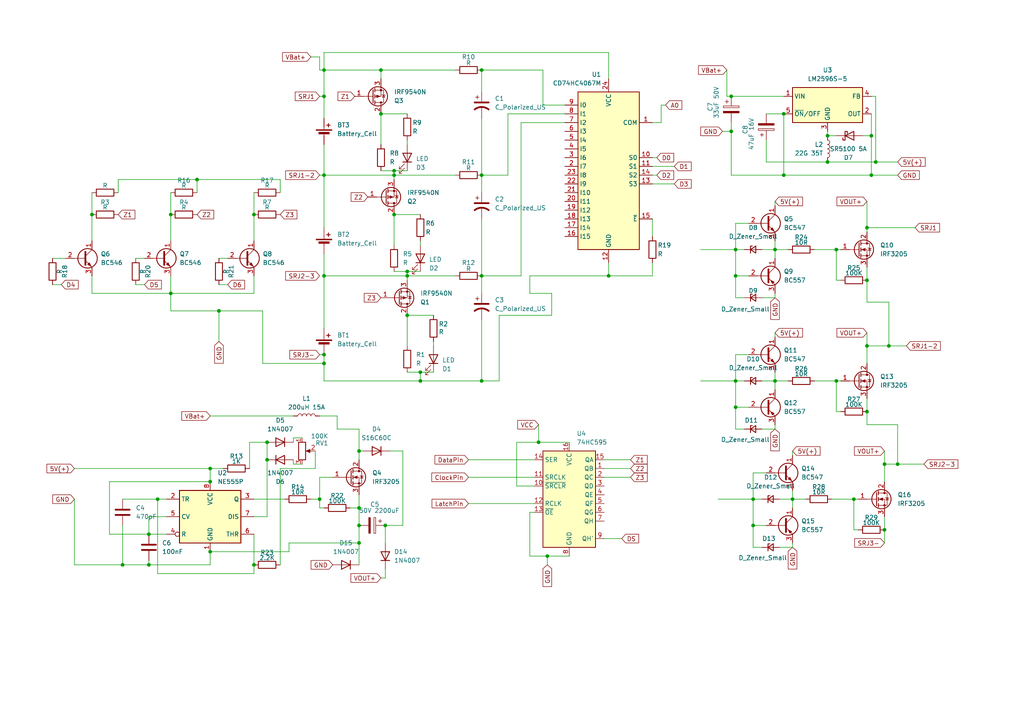
<source format=kicad_sch>
(kicad_sch (version 20250114) (generator "eeschema") (generator_version "9.0")
  (paper "A4")
  (junction (at 57.15 52.07))
  (junction (at 114.3 49.53))
  (junction (at 73.66 62.23))
  (junction (at 254 46.99))
  (junction (at 118.11 91.44))
  (junction (at 213.36 118.11))
  (junction (at 43.18 163.83))
  (junction (at 118.11 78.74))
  (junction (at 139.7 80.01))
  (junction (at 93.98 27.94))
  (junction (at 242.57 72.39))
  (junction (at 257.81 100.33))
  (junction (at 227.33 33.02))
  (junction (at 139.7 20.32))
  (junction (at 104.14 157.48))
  (junction (at 224.79 72.39))
  (junction (at 260.35 134.62))
  (junction (at 213.36 72.39))
  (junction (at 118.11 80.01))
  (junction (at 114.3 50.8))
  (junction (at 110.49 33.02))
  (junction (at 229.87 144.78))
  (junction (at 93.98 105.41))
  (junction (at 63.5 90.17))
  (junction (at 212.09 38.1))
  (junction (at 73.66 163.83))
  (junction (at 45.72 144.78))
  (junction (at 60.96 139.7))
  (junction (at 93.98 80.01))
  (junction (at 49.53 62.23))
  (junction (at 104.14 130.81))
  (junction (at 242.57 110.49))
  (junction (at 93.98 20.32))
  (junction (at 77.47 128.27))
  (junction (at 93.98 102.87))
  (junction (at 26.67 62.23))
  (junction (at 121.92 110.49))
  (junction (at 252.73 50.8))
  (junction (at 158.75 161.29))
  (junction (at 104.14 147.32))
  (junction (at 251.46 119.38))
  (junction (at 252.73 39.37))
  (junction (at 240.03 39.37))
  (junction (at 218.44 152.4))
  (junction (at 92.71 144.78))
  (junction (at 139.7 50.8))
  (junction (at 43.18 154.94))
  (junction (at 227.33 50.8))
  (junction (at 114.3 62.23))
  (junction (at 251.46 81.28))
  (junction (at 139.7 110.49))
  (junction (at 224.79 110.49))
  (junction (at 251.46 66.04))
  (junction (at 240.03 46.99))
  (junction (at 49.53 85.09))
  (junction (at 110.49 20.32))
  (junction (at 218.44 144.78))
  (junction (at 256.54 134.62))
  (junction (at 213.36 80.01))
  (junction (at 35.56 163.83))
  (junction (at 104.14 152.4))
  (junction (at 251.46 100.33))
  (junction (at 77.47 133.35))
  (junction (at 60.96 160.02))
  (junction (at 111.76 152.4))
  (junction (at 176.53 80.01))
  (junction (at 156.21 128.27))
  (junction (at 213.36 110.49))
  (junction (at 247.65 144.78))
  (junction (at 212.09 27.94))
  (junction (at 60.96 135.89))
  (junction (at 256.54 153.67))
  (junction (at 93.98 50.8))
  (junction (at 121.92 107.95))
  (wire (pts (xy 60.96 160.02) (xy 83.82 160.02)))
  (wire (pts (xy 114.3 49.53) (xy 114.3 50.8)))
  (wire (pts (xy 111.76 167.64) (xy 110.49 167.64)))
  (wire (pts (xy 49.53 85.09) (xy 73.66 85.09)))
  (wire (pts (xy 189.23 45.72) (xy 190.5 45.72)))
  (wire (pts (xy 121.92 107.95) (xy 121.92 110.49)))
  (wire (pts (xy 104.14 130.81) (xy 104.14 124.46)))
  (wire (pts (xy 49.53 55.88) (xy 49.53 62.23)))
  (wire (pts (xy 251.46 87.63) (xy 257.81 87.63)))
  (wire (pts (xy 236.22 72.39) (xy 242.57 72.39)))
  (wire (pts (xy 251.46 115.57) (xy 251.46 119.38)))
  (wire (pts (xy 220.98 110.49) (xy 224.79 110.49)))
  (wire (pts (xy 77.47 149.86) (xy 77.47 133.35)))
  (wire (pts (xy 256.54 134.62) (xy 256.54 130.81)))
  (wire (pts (xy 260.35 123.19) (xy 260.35 134.62)))
  (wire (pts (xy 39.37 82.55) (xy 41.91 82.55)))
  (wire (pts (xy 111.76 165.1) (xy 111.76 167.64)))
  (wire (pts (xy 76.2 105.41) (xy 93.98 105.41)))
  (wire (pts (xy 104.14 157.48) (xy 104.14 163.83)))
  (wire (pts (xy 125.73 91.44) (xy 118.11 91.44)))
  (wire (pts (xy 83.82 157.48) (xy 104.14 157.48)))
  (wire (pts (xy 49.53 80.01) (xy 49.53 85.09)))
  (wire (pts (xy 229.87 130.81) (xy 229.87 132.08)))
  (wire (pts (xy 251.46 77.47) (xy 251.46 81.28)))
  (wire (pts (xy 26.67 62.23) (xy 26.67 69.85)))
  (wire (pts (xy 222.25 137.16) (xy 218.44 137.16)))
  (wire (pts (xy 118.11 80.01) (xy 118.11 81.28)))
  (wire (pts (xy 175.26 138.43) (xy 182.88 138.43)))
  (wire (pts (xy 218.44 144.78) (xy 218.44 152.4)))
  (wire (pts (xy 254 46.99) (xy 260.35 46.99)))
  (wire (pts (xy 210.82 27.94) (xy 212.09 27.94)))
  (wire (pts (xy 49.53 90.17) (xy 49.53 85.09)))
  (wire (pts (xy 121.92 69.85) (xy 121.92 71.12)))
  (wire (pts (xy 85.09 120.65) (xy 60.96 120.65)))
  (wire (pts (xy 31.75 154.94) (xy 31.75 139.7)))
  (wire (pts (xy 189.23 48.26) (xy 195.58 48.26)))
  (wire (pts (xy 151.13 35.56) (xy 151.13 80.01)))
  (wire (pts (xy 189.23 53.34) (xy 195.58 53.34)))
  (wire (pts (xy 77.47 128.27) (xy 77.47 133.35)))
  (wire (pts (xy 247.65 144.78) (xy 248.92 144.78)))
  (wire (pts (xy 147.32 50.8) (xy 139.7 50.8)))
  (wire (pts (xy 85.09 127) (xy 87.63 127)))
  (wire (pts (xy 139.7 20.32) (xy 139.7 26.67)))
  (wire (pts (xy 35.56 163.83) (xy 43.18 163.83)))
  (wire (pts (xy 158.75 161.29) (xy 158.75 163.83)))
  (wire (pts (xy 226.06 158.75) (xy 229.87 158.75)))
  (wire (pts (xy 144.78 110.49) (xy 144.78 91.44)))
  (wire (pts (xy 139.7 50.8) (xy 139.7 55.88)))
  (wire (pts (xy 35.56 144.78) (xy 45.72 144.78)))
  (wire (pts (xy 34.29 52.07) (xy 34.29 55.88)))
  (wire (pts (xy 116.84 152.4) (xy 111.76 152.4)))
  (wire (pts (xy 242.57 72.39) (xy 243.84 72.39)))
  (wire (pts (xy 92.71 20.32) (xy 93.98 20.32)))
  (wire (pts (xy 251.46 100.33) (xy 257.81 100.33)))
  (wire (pts (xy 118.11 33.02) (xy 110.49 33.02)))
  (wire (pts (xy 93.98 50.8) (xy 114.3 50.8)))
  (wire (pts (xy 224.79 107.95) (xy 224.79 110.49)))
  (wire (pts (xy 104.14 147.32) (xy 104.14 152.4)))
  (wire (pts (xy 60.96 139.7) (xy 60.96 135.89)))
  (wire (pts (xy 85.09 133.35) (xy 85.09 134.62)))
  (wire (pts (xy 212.09 50.8) (xy 227.33 50.8)))
  (wire (pts (xy 213.36 110.49) (xy 215.9 110.49)))
  (wire (pts (xy 104.14 143.51) (xy 104.14 147.32)))
  (wire (pts (xy 105.41 130.81) (xy 104.14 130.81)))
  (wire (pts (xy 92.71 50.8) (xy 93.98 50.8)))
  (wire (pts (xy 49.53 90.17) (xy 63.5 90.17)))
  (wire (pts (xy 73.66 80.01) (xy 73.66 85.09)))
  (wire (pts (xy 34.29 52.07) (xy 57.15 52.07)))
  (wire (pts (xy 176.53 76.2) (xy 176.53 80.01)))
  (wire (pts (xy 243.84 81.28) (xy 242.57 81.28)))
  (wire (pts (xy 251.46 100.33) (xy 251.46 105.41)))
  (wire (pts (xy 97.79 124.46) (xy 97.79 120.65)))
  (wire (pts (xy 118.11 78.74) (xy 121.92 78.74)))
  (wire (pts (xy 118.11 107.95) (xy 121.92 107.95)))
  (wire (pts (xy 203.2 72.39) (xy 213.36 72.39)))
  (wire (pts (xy 252.73 39.37) (xy 252.73 33.02)))
  (wire (pts (xy 156.21 123.19) (xy 156.21 128.27)))
  (wire (pts (xy 224.79 72.39) (xy 228.6 72.39)))
  (wire (pts (xy 151.13 80.01) (xy 139.7 80.01)))
  (wire (pts (xy 93.98 27.94) (xy 93.98 34.29)))
  (wire (pts (xy 118.11 80.01) (xy 132.08 80.01)))
  (wire (pts (xy 250.19 39.37) (xy 252.73 39.37)))
  (wire (pts (xy 251.46 66.04) (xy 251.46 58.42)))
  (wire (pts (xy 151.13 35.56) (xy 163.83 35.56)))
  (wire (pts (xy 73.66 55.88) (xy 73.66 62.23)))
  (wire (pts (xy 93.98 80.01) (xy 118.11 80.01)))
  (wire (pts (xy 154.94 148.59) (xy 153.67 148.59)))
  (wire (pts (xy 135.89 146.05) (xy 154.94 146.05)))
  (wire (pts (xy 26.67 55.88) (xy 26.67 62.23)))
  (wire (pts (xy 229.87 142.24) (xy 229.87 144.78)))
  (wire (pts (xy 118.11 91.44) (xy 118.11 100.33)))
  (wire (pts (xy 125.73 99.06) (xy 125.73 100.33)))
  (wire (pts (xy 254 27.94) (xy 254 46.99)))
  (wire (pts (xy 242.57 119.38) (xy 242.57 110.49)))
  (wire (pts (xy 247.65 153.67) (xy 247.65 144.78)))
  (wire (pts (xy 93.98 105.41) (xy 93.98 110.49)))
  (wire (pts (xy 256.54 134.62) (xy 260.35 134.62)))
  (wire (pts (xy 93.98 147.32) (xy 92.71 147.32)))
  (wire (pts (xy 229.87 144.78) (xy 233.68 144.78)))
  (wire (pts (xy 213.36 80.01) (xy 217.17 80.01)))
  (wire (pts (xy 93.98 41.91) (xy 93.98 50.8)))
  (wire (pts (xy 93.98 15.24) (xy 176.53 15.24)))
  (wire (pts (xy 72.39 128.27) (xy 72.39 135.89)))
  (wire (pts (xy 149.86 128.27) (xy 156.21 128.27)))
  (wire (pts (xy 218.44 158.75) (xy 220.98 158.75)))
  (wire (pts (xy 45.72 166.37) (xy 73.66 166.37)))
  (wire (pts (xy 251.46 119.38) (xy 251.46 123.19)))
  (wire (pts (xy 217.17 102.87) (xy 213.36 102.87)))
  (wire (pts (xy 73.66 144.78) (xy 82.55 144.78)))
  (wire (pts (xy 114.3 50.8) (xy 114.3 52.07)))
  (wire (pts (xy 189.23 63.5) (xy 189.23 68.58)))
  (wire (pts (xy 139.7 80.01) (xy 139.7 85.09)))
  (wire (pts (xy 57.15 55.88) (xy 57.15 52.07)))
  (wire (pts (xy 49.53 62.23) (xy 49.53 69.85)))
  (wire (pts (xy 110.49 33.02) (xy 110.49 41.91)))
  (wire (pts (xy 45.72 144.78) (xy 45.72 166.37)))
  (wire (pts (xy 213.36 124.46) (xy 215.9 124.46)))
  (wire (pts (xy 39.37 74.93) (xy 41.91 74.93)))
  (wire (pts (xy 222.25 33.02) (xy 227.33 33.02)))
  (wire (pts (xy 43.18 149.86) (xy 48.26 149.86)))
  (wire (pts (xy 21.59 135.89) (xy 60.96 135.89)))
  (wire (pts (xy 139.7 110.49) (xy 144.78 110.49)))
  (wire (pts (xy 118.11 40.64) (xy 118.11 41.91)))
  (wire (pts (xy 73.66 163.83) (xy 73.66 154.94)))
  (wire (pts (xy 139.7 34.29) (xy 139.7 50.8)))
  (wire (pts (xy 92.71 144.78) (xy 92.71 138.43)))
  (wire (pts (xy 222.25 46.99) (xy 240.03 46.99)))
  (wire (pts (xy 260.35 134.62) (xy 267.97 134.62)))
  (wire (pts (xy 252.73 50.8) (xy 252.73 39.37)))
  (wire (pts (xy 227.33 33.02) (xy 227.33 50.8)))
  (wire (pts (xy 43.18 154.94) (xy 31.75 154.94)))
  (wire (pts (xy 212.09 38.1) (xy 212.09 50.8)))
  (wire (pts (xy 26.67 80.01) (xy 26.67 85.09)))
  (wire (pts (xy 101.6 147.32) (xy 104.14 147.32)))
  (wire (pts (xy 57.15 52.07) (xy 81.28 52.07)))
  (wire (pts (xy 154.94 140.97) (xy 149.86 140.97)))
  (wire (pts (xy 153.67 85.09) (xy 153.67 80.01)))
  (wire (pts (xy 73.66 166.37) (xy 73.66 163.83)))
  (wire (pts (xy 158.75 161.29) (xy 165.1 161.29)))
  (wire (pts (xy 175.26 133.35) (xy 182.88 133.35)))
  (wire (pts (xy 251.46 81.28) (xy 251.46 87.63)))
  (wire (pts (xy 213.36 72.39) (xy 213.36 80.01)))
  (wire (pts (xy 213.36 72.39) (xy 215.9 72.39)))
  (wire (pts (xy 213.36 110.49) (xy 213.36 118.11)))
  (wire (pts (xy 63.5 74.93) (xy 66.04 74.93)))
  (wire (pts (xy 224.79 110.49) (xy 224.79 113.03)))
  (wire (pts (xy 21.59 163.83) (xy 21.59 144.78)))
  (wire (pts (xy 83.82 160.02) (xy 83.82 157.48)))
  (wire (pts (xy 139.7 63.5) (xy 139.7 80.01)))
  (wire (pts (xy 147.32 33.02) (xy 163.83 33.02)))
  (wire (pts (xy 93.98 20.32) (xy 93.98 15.24)))
  (wire (pts (xy 191.77 30.48) (xy 193.04 30.48)))
  (wire (pts (xy 217.17 64.77) (xy 213.36 64.77)))
  (wire (pts (xy 114.3 62.23) (xy 114.3 71.12)))
  (wire (pts (xy 93.98 102.87) (xy 93.98 105.41)))
  (wire (pts (xy 60.96 163.83) (xy 60.96 160.02)))
  (wire (pts (xy 35.56 152.4) (xy 35.56 163.83)))
  (wire (pts (xy 251.46 66.04) (xy 265.43 66.04)))
  (wire (pts (xy 242.57 110.49) (xy 243.84 110.49)))
  (wire (pts (xy 60.96 135.89) (xy 64.77 135.89)))
  (wire (pts (xy 242.57 81.28) (xy 242.57 72.39)))
  (wire (pts (xy 114.3 78.74) (xy 118.11 78.74)))
  (wire (pts (xy 144.78 91.44) (xy 160.02 91.44)))
  (wire (pts (xy 213.36 86.36) (xy 215.9 86.36)))
  (wire (pts (xy 135.89 133.35) (xy 154.94 133.35)))
  (wire (pts (xy 213.36 102.87) (xy 213.36 110.49)))
  (wire (pts (xy 203.2 110.49) (xy 213.36 110.49)))
  (wire (pts (xy 113.03 130.81) (xy 116.84 130.81)))
  (wire (pts (xy 256.54 134.62) (xy 256.54 139.7)))
  (wire (pts (xy 251.46 67.31) (xy 251.46 66.04)))
  (wire (pts (xy 114.3 49.53) (xy 118.11 49.53)))
  (wire (pts (xy 208.28 144.78) (xy 218.44 144.78)))
  (wire (pts (xy 93.98 20.32) (xy 93.98 27.94)))
  (wire (pts (xy 15.24 74.93) (xy 19.05 74.93)))
  (wire (pts (xy 251.46 100.33) (xy 251.46 96.52)))
  (wire (pts (xy 139.7 110.49) (xy 121.92 110.49)))
  (wire (pts (xy 227.33 50.8) (xy 252.73 50.8)))
  (wire (pts (xy 157.48 20.32) (xy 157.48 30.48)))
  (wire (pts (xy 248.92 153.67) (xy 247.65 153.67)))
  (wire (pts (xy 220.98 86.36) (xy 224.79 86.36)))
  (wire (pts (xy 93.98 110.49) (xy 121.92 110.49)))
  (wire (pts (xy 73.66 62.23) (xy 73.66 69.85)))
  (wire (pts (xy 91.44 130.81) (xy 91.44 135.89)))
  (wire (pts (xy 90.17 16.51) (xy 92.71 16.51)))
  (wire (pts (xy 104.14 130.81) (xy 104.14 133.35)))
  (wire (pts (xy 110.49 20.32) (xy 93.98 20.32)))
  (wire (pts (xy 218.44 144.78) (xy 220.98 144.78)))
  (wire (pts (xy 116.84 130.81) (xy 116.84 152.4)))
  (wire (pts (xy 73.66 149.86) (xy 77.47 149.86)))
  (wire (pts (xy 45.72 144.78) (xy 48.26 144.78)))
  (wire (pts (xy 191.77 35.56) (xy 189.23 35.56)))
  (wire (pts (xy 240.03 46.99) (xy 254 46.99)))
  (wire (pts (xy 63.5 99.06) (xy 63.5 90.17)))
  (wire (pts (xy 241.3 144.78) (xy 247.65 144.78)))
  (wire (pts (xy 118.11 78.74) (xy 118.11 80.01)))
  (wire (pts (xy 92.71 16.51) (xy 92.71 20.32)))
  (wire (pts (xy 257.81 87.63) (xy 257.81 100.33)))
  (wire (pts (xy 256.54 149.86) (xy 256.54 153.67)))
  (wire (pts (xy 160.02 85.09) (xy 153.67 85.09)))
  (wire (pts (xy 43.18 163.83) (xy 60.96 163.83)))
  (wire (pts (xy 135.89 138.43) (xy 154.94 138.43)))
  (wire (pts (xy 243.84 119.38) (xy 242.57 119.38)))
  (wire (pts (xy 111.76 152.4) (xy 111.76 157.48)))
  (wire (pts (xy 212.09 35.56) (xy 212.09 38.1)))
  (wire (pts (xy 139.7 92.71) (xy 139.7 110.49)))
  (wire (pts (xy 153.67 161.29) (xy 158.75 161.29)))
  (wire (pts (xy 191.77 30.48) (xy 191.77 35.56)))
  (wire (pts (xy 224.79 123.19) (xy 224.79 124.46)))
  (wire (pts (xy 224.79 72.39) (xy 224.79 74.93)))
  (wire (pts (xy 85.09 128.27) (xy 85.09 127)))
  (wire (pts (xy 175.26 135.89) (xy 182.88 135.89)))
  (wire (pts (xy 157.48 30.48) (xy 163.83 30.48)))
  (wire (pts (xy 156.21 128.27) (xy 165.1 128.27)))
  (wire (pts (xy 220.98 124.46) (xy 224.79 124.46)))
  (wire (pts (xy 121.92 107.95) (xy 125.73 107.95)))
  (wire (pts (xy 176.53 15.24) (xy 176.53 22.86)))
  (wire (pts (xy 81.28 52.07) (xy 81.28 55.88)))
  (wire (pts (xy 240.03 38.1) (xy 240.03 39.37)))
  (wire (pts (xy 110.49 20.32) (xy 132.08 20.32)))
  (wire (pts (xy 218.44 152.4) (xy 222.25 152.4)))
  (wire (pts (xy 43.18 162.56) (xy 43.18 163.83)))
  (wire (pts (xy 92.71 27.94) (xy 93.98 27.94)))
  (wire (pts (xy 229.87 157.48) (xy 229.87 158.75)))
  (wire (pts (xy 251.46 123.19) (xy 260.35 123.19)))
  (wire (pts (xy 224.79 110.49) (xy 228.6 110.49)))
  (wire (pts (xy 43.18 154.94) (xy 43.18 149.86)))
  (wire (pts (xy 104.14 124.46) (xy 97.79 124.46)))
  (wire (pts (xy 26.67 85.09) (xy 49.53 85.09)))
  (wire (pts (xy 175.26 156.21) (xy 180.34 156.21)))
  (wire (pts (xy 93.98 73.66) (xy 93.98 80.01)))
  (wire (pts (xy 92.71 147.32) (xy 92.71 144.78)))
  (wire (pts (xy 76.2 90.17) (xy 63.5 90.17)))
  (wire (pts (xy 252.73 50.8) (xy 260.35 50.8)))
  (wire (pts (xy 91.44 135.89) (xy 81.28 135.89)))
  (wire (pts (xy 224.79 85.09) (xy 224.79 86.36)))
  (wire (pts (xy 81.28 135.89) (xy 81.28 163.83)))
  (wire (pts (xy 149.86 140.97) (xy 149.86 128.27)))
  (wire (pts (xy 256.54 153.67) (xy 256.54 157.48)))
  (wire (pts (xy 212.09 27.94) (xy 227.33 27.94)))
  (wire (pts (xy 147.32 33.02) (xy 147.32 50.8)))
  (wire (pts (xy 218.44 137.16) (xy 218.44 144.78)))
  (wire (pts (xy 160.02 91.44) (xy 160.02 85.09)))
  (wire (pts (xy 114.3 50.8) (xy 132.08 50.8)))
  (wire (pts (xy 63.5 82.55) (xy 66.04 82.55)))
  (wire (pts (xy 139.7 20.32) (xy 157.48 20.32)))
  (wire (pts (xy 21.59 163.83) (xy 35.56 163.83)))
  (wire (pts (xy 92.71 144.78) (xy 90.17 144.78)))
  (wire (pts (xy 121.92 62.23) (xy 114.3 62.23)))
  (wire (pts (xy 189.23 76.2) (xy 189.23 80.01)))
  (wire (pts (xy 92.71 102.87) (xy 93.98 102.87)))
  (wire (pts (xy 213.36 80.01) (xy 213.36 86.36)))
  (wire (pts (xy 224.79 69.85) (xy 224.79 72.39)))
  (wire (pts (xy 213.36 118.11) (xy 217.17 118.11)))
  (wire (pts (xy 224.79 58.42) (xy 224.79 59.69)))
  (wire (pts (xy 229.87 144.78) (xy 229.87 147.32)))
  (wire (pts (xy 236.22 110.49) (xy 242.57 110.49)))
  (wire (pts (xy 31.75 139.7) (xy 60.96 139.7)))
  (wire (pts (xy 176.53 80.01) (xy 189.23 80.01)))
  (wire (pts (xy 93.98 80.01) (xy 93.98 95.25)))
  (wire (pts (xy 85.09 134.62) (xy 87.63 134.62)))
  (wire (pts (xy 48.26 154.94) (xy 43.18 154.94)))
  (wire (pts (xy 72.39 128.27) (xy 77.47 128.27)))
  (wire (pts (xy 189.23 50.8) (xy 190.5 50.8)))
  (wire (pts (xy 153.67 148.59) (xy 153.67 161.29)))
  (wire (pts (xy 257.81 100.33) (xy 262.89 100.33)))
  (wire (pts (xy 209.55 38.1) (xy 212.09 38.1)))
  (wire (pts (xy 110.49 20.32) (xy 110.49 22.86)))
  (wire (pts (xy 220.98 72.39) (xy 224.79 72.39)))
  (wire (pts (xy 15.24 82.55) (xy 17.78 82.55)))
  (wire (pts (xy 153.67 80.01) (xy 176.53 80.01)))
  (wire (pts (xy 76.2 105.41) (xy 76.2 90.17)))
  (wire (pts (xy 226.06 144.78) (xy 229.87 144.78)))
  (wire (pts (xy 213.36 118.11) (xy 213.36 124.46)))
  (wire (pts (xy 218.44 152.4) (xy 218.44 158.75)))
  (wire (pts (xy 213.36 64.77) (xy 213.36 72.39)))
  (wire (pts (xy 104.14 152.4) (xy 104.14 157.48)))
  (wire (pts (xy 97.79 120.65) (xy 92.71 120.65)))
  (wire (pts (xy 252.73 27.94) (xy 254 27.94)))
  (wire (pts (xy 224.79 96.52) (xy 224.79 97.79)))
  (wire (pts (xy 110.49 49.53) (xy 114.3 49.53)))
  (wire (pts (xy 222.25 40.64) (xy 222.25 46.99)))
  (wire (pts (xy 93.98 50.8) (xy 93.98 66.04)))
  (wire (pts (xy 210.82 20.32) (xy 210.82 27.94)))
  (wire (pts (xy 240.03 39.37) (xy 242.57 39.37)))
  (wire (pts (xy 92.71 138.43) (xy 96.52 138.43)))
  (global_label "VOUT+" (shape input) (at 251.46 58.42 180) (property "Intersheetrefs" "${INTERSHEET_REFS}" (effects (hide yes))))
  (global_label "VCC" (shape input) (at 156.21 123.19 180) (property "Intersheetrefs" "${INTERSHEET_REFS}" (effects (hide yes))))
  (global_label "SRJ2-3" (shape input) (at 267.97 134.62 0) (property "Intersheetrefs" "${INTERSHEET_REFS}" (effects (hide yes))))
  (global_label "VBat+" (shape input) (at 60.96 120.65 180) (property "Intersheetrefs" "${INTERSHEET_REFS}" (effects (hide yes))))
  (global_label "VOUT+" (shape input) (at 256.54 130.81 180) (property "Intersheetrefs" "${INTERSHEET_REFS}" (effects (hide yes))))
  (global_label "SRJ1-2" (shape input) (at 92.71 50.8 180) (property "Intersheetrefs" "${INTERSHEET_REFS}" (effects (hide yes))))
  (global_label "ClockPin" (shape input) (at 135.89 138.43 180) (property "Intersheetrefs" "${INTERSHEET_REFS}" (effects (hide yes))))
  (global_label "GND" (shape input) (at 96.52 163.83 180) (property "Intersheetrefs" "${INTERSHEET_REFS}" (effects (hide yes))))
  (global_label "A0" (shape input) (at 193.04 30.48 0) (property "Intersheetrefs" "${INTERSHEET_REFS}" (effects (hide yes))))
  (global_label "Z1" (shape input) (at 182.88 133.35 0) (property "Intersheetrefs" "${INTERSHEET_REFS}" (effects (hide yes))))
  (global_label "GND" (shape input) (at 224.79 124.46 270) (property "Intersheetrefs" "${INTERSHEET_REFS}" (effects (hide yes))))
  (global_label "GND" (shape input) (at 209.55 38.1 180) (property "Intersheetrefs" "${INTERSHEET_REFS}" (effects (hide yes))))
  (global_label "Z2" (shape input) (at 57.15 62.23 0) (property "Intersheetrefs" "${INTERSHEET_REFS}" (effects (hide yes))))
  (global_label "SRJ3-" (shape input) (at 92.71 102.87 180) (property "Intersheetrefs" "${INTERSHEET_REFS}" (effects (hide yes))))
  (global_label "D2" (shape input) (at 190.5 50.8 0) (property "Intersheetrefs" "${INTERSHEET_REFS}" (effects (hide yes))))
  (global_label "Z2" (shape input) (at 106.68 57.15 180) (property "Intersheetrefs" "${INTERSHEET_REFS}" (effects (hide yes))))
  (global_label "D4" (shape input) (at 17.78 82.55 0) (property "Intersheetrefs" "${INTERSHEET_REFS}" (effects (hide yes))))
  (global_label "VBat+" (shape input) (at 210.82 20.32 180) (property "Intersheetrefs" "${INTERSHEET_REFS}" (effects (hide yes))))
  (global_label "DS" (shape input) (at 180.34 156.21 0) (property "Intersheetrefs" "${INTERSHEET_REFS}" (effects (hide yes))))
  (global_label "Z3" (shape input) (at 110.49 86.36 180) (property "Intersheetrefs" "${INTERSHEET_REFS}" (effects (hide yes))))
  (global_label "5V(+)" (shape input) (at 260.35 46.99 0) (property "Intersheetrefs" "${INTERSHEET_REFS}" (effects (hide yes))))
  (global_label "GND" (shape input) (at 260.35 50.8 0) (property "Intersheetrefs" "${INTERSHEET_REFS}" (effects (hide yes))))
  (global_label "D6" (shape input) (at 66.04 82.55 0) (property "Intersheetrefs" "${INTERSHEET_REFS}" (effects (hide yes))))
  (global_label "LatchPin" (shape input) (at 135.89 146.05 180) (property "Intersheetrefs" "${INTERSHEET_REFS}" (effects (hide yes))))
  (global_label "SRJ1-2" (shape input) (at 262.89 100.33 0) (property "Intersheetrefs" "${INTERSHEET_REFS}" (effects (hide yes))))
  (global_label "VBat+" (shape input) (at 90.17 16.51 180) (property "Intersheetrefs" "${INTERSHEET_REFS}" (effects (hide yes))))
  (global_label "Z1" (shape input) (at 34.29 62.23 0) (property "Intersheetrefs" "${INTERSHEET_REFS}" (effects (hide yes))))
  (global_label "GND" (shape input) (at 224.79 86.36 270) (property "Intersheetrefs" "${INTERSHEET_REFS}" (effects (hide yes))))
  (global_label "DataPin" (shape input) (at 135.89 133.35 180) (property "Intersheetrefs" "${INTERSHEET_REFS}" (effects (hide yes))))
  (global_label "SRJ1" (shape input) (at 265.43 66.04 0) (property "Intersheetrefs" "${INTERSHEET_REFS}" (effects (hide yes))))
  (global_label "VOUT+" (shape input) (at 251.46 96.52 180) (property "Intersheetrefs" "${INTERSHEET_REFS}" (effects (hide yes))))
  (global_label "Z1" (shape input) (at 102.87 27.94 180) (property "Intersheetrefs" "${INTERSHEET_REFS}" (effects (hide yes))))
  (global_label "5V(+)" (shape input) (at 229.87 130.81 0) (property "Intersheetrefs" "${INTERSHEET_REFS}" (effects (hide yes))))
  (global_label "GND" (shape input) (at 21.59 144.78 180) (property "Intersheetrefs" "${INTERSHEET_REFS}" (effects (hide yes))))
  (global_label "5V(+)" (shape input) (at 224.79 96.52 0) (property "Intersheetrefs" "${INTERSHEET_REFS}" (effects (hide yes))))
  (global_label "D5" (shape input) (at 41.91 82.55 0) (property "Intersheetrefs" "${INTERSHEET_REFS}" (effects (hide yes))))
  (global_label "5V(+)" (shape input) (at 21.59 135.89 180) (property "Intersheetrefs" "${INTERSHEET_REFS}" (effects (hide yes))))
  (global_label "GND" (shape input) (at 229.87 158.75 270) (property "Intersheetrefs" "${INTERSHEET_REFS}" (effects (hide yes))))
  (global_label "5V(+)" (shape input) (at 224.79 58.42 0) (property "Intersheetrefs" "${INTERSHEET_REFS}" (effects (hide yes))))
  (global_label "SRJ3-" (shape input) (at 256.54 157.48 180) (property "Intersheetrefs" "${INTERSHEET_REFS}" (effects (hide yes))))
  (global_label "GND" (shape input) (at 63.5 99.06 270) (property "Intersheetrefs" "${INTERSHEET_REFS}" (effects (hide yes))))
  (global_label "Z3" (shape input) (at 182.88 138.43 0) (property "Intersheetrefs" "${INTERSHEET_REFS}" (effects (hide yes))))
  (global_label "SRJ2-3" (shape input) (at 92.71 80.01 180) (property "Intersheetrefs" "${INTERSHEET_REFS}" (effects (hide yes))))
  (global_label "Z2" (shape input) (at 182.88 135.89 0) (property "Intersheetrefs" "${INTERSHEET_REFS}" (effects (hide yes))))
  (global_label "D0" (shape input) (at 190.5 45.72 0) (property "Intersheetrefs" "${INTERSHEET_REFS}" (effects (hide yes))))
  (global_label "VOUT+" (shape input) (at 110.49 167.64 180) (property "Intersheetrefs" "${INTERSHEET_REFS}" (effects (hide yes))))
  (global_label "Z3" (shape input) (at 81.28 62.23 0) (property "Intersheetrefs" "${INTERSHEET_REFS}" (effects (hide yes))))
  (global_label "D1" (shape input) (at 195.58 48.26 0) (property "Intersheetrefs" "${INTERSHEET_REFS}" (effects (hide yes))))
  (global_label "D3" (shape input) (at 195.58 53.34 0) (property "Intersheetrefs" "${INTERSHEET_REFS}" (effects (hide yes))))
  (global_label "GND" (shape input) (at 158.75 163.83 270) (property "Intersheetrefs" "${INTERSHEET_REFS}" (effects (hide yes))))
  (global_label "SRJ1" (shape input) (at 92.71 27.94 180) (property "Intersheetrefs" "${INTERSHEET_REFS}" (effects (hide yes))))
  (symbol (lib_id "Transistor_BJT:BC557") (at 222.25 80.01 0) (unit 1)
    (property "Reference" "Q9" (at 227.33 78.7399 0) (effects (justify left)))
    (property "Value" "BC557" (at 227.33 81.2799 0) (effects (justify left)))
    (property "Footprint" "Package_TO_SOT_THT:TO-92_Inline" (effects (hide yes)))
    (property "Datasheet" "https://www.onsemi.com/pub/Collateral/BC556BTA-D.pdf" (effects (hide yes)))
    (property "Description" "0.1A Ic, 45V Vce, PNP Small Signal Transistor, TO-92" (effects (hide yes)))
  )
  (symbol (lib_id "Diode:1N4007") (at 100.33 163.83 180) (unit 1)
    (property "Reference" "D15" (at 100.33 157.48 0))
    (property "Value" "1N4007" (at 100.33 160.02 0))
    (property "Footprint" "Diode_THT:D_DO-41_SOD81_P10.16mm_Horizontal" (effects (hide yes)))
    (property "Datasheet" "http://www.vishay.com/docs/88503/1n4001.pdf" (effects (hide yes)))
    (property "Description" "1000V 1A General Purpose Rectifier Diode, DO-41" (effects (hide yes)))
    (property "Sim.Device" "D" (effects (hide yes)))
    (property "Sim.Pins" "1=K 2=A" (effects (hide yes)))
  )
  (symbol (lib_id "Device:R") (at 77.47 55.88 90) (unit 1)
    (property "Reference" "R17" (at 77.47 52.324 90))
    (property "Value" "R" (at 77.47 53.848 90))
    (property "Description" "Resistor" (effects (hide yes)))
  )
  (symbol (lib_id "Device:R") (at 39.37 78.74 0) (mirror x) (unit 1)
    (property "Reference" "R20" (at 42.926 78.74 90))
    (property "Value" "R" (at 41.402 78.74 90))
    (property "Description" "Resistor" (effects (hide yes)))
  )
  (symbol (lib_id "Device:D_Zener_Small") (at 218.44 86.36 0) (unit 1)
    (property "Reference" "D9" (at 218.44 84.328 0))
    (property "Value" "D_Zener_Small" (at 216.154 89.662 0))
    (property "Description" "Zener diode, small symbol" (effects (hide yes)))
  )
  (symbol (lib_id "Device:R") (at 110.49 45.72 0) (unit 1)
    (property "Reference" "R8" (at 113.03 44.4499 0) (effects (justify left)))
    (property "Value" "R" (at 113.03 46.9899 0) (effects (justify left)))
    (property "Description" "Resistor" (effects (hide yes)))
  )
  (symbol (lib_id "Device:D_Schottky") (at 246.38 39.37 0) (mirror x) (unit 1)
    (property "Reference" "D7" (at 246.0625 45.72 0))
    (property "Value" "SR5100 5A" (at 246.0625 43.18 0))
    (property "Description" "Schottky diode" (effects (hide yes)))
  )
  (symbol (lib_id "Device:R") (at 97.79 147.32 90) (unit 1)
    (property "Reference" "R22" (at 97.79 143.764 90))
    (property "Value" "100K" (at 97.79 145.288 90))
    (property "Description" "Resistor" (effects (hide yes)))
  )
  (symbol (lib_id "Device:R") (at 237.49 144.78 90) (unit 1)
    (property "Reference" "R28" (at 237.49 141.224 90))
    (property "Value" "10R" (at 237.49 142.748 90))
    (property "Description" "Resistor" (effects (hide yes)))
  )
  (symbol (lib_id "Device:D_Zener_Small") (at 218.44 124.46 0) (unit 1)
    (property "Reference" "D11" (at 217.932 121.92 0))
    (property "Value" "D_Zener_Small" (at 216.154 127.508 0))
    (property "Description" "Zener diode, small symbol" (effects (hide yes)))
  )
  (symbol (lib_id "Regulator_Switching:LM2596S-5") (at 240.03 30.48 0) (unit 1)
    (property "Reference" "U3" (at 240.03 20.32 0))
    (property "Value" "LM2596S-5" (at 240.03 22.86 0))
    (property "Footprint" "Package_TO_SOT_SMD:TO-263-5_TabPin3" (effects (hide yes)))
    (property "Datasheet" "http://www.ti.com/lit/ds/symlink/lm2596.pdf" (effects (hide yes)))
    (property "Description" "5V 3A Step-Down Voltage Regulator, TO-263" (effects (hide yes)))
  )
  (symbol (lib_id "Device:L") (at 88.9 120.65 90) (unit 1)
    (property "Reference" "L1" (at 88.9 115.57 90))
    (property "Value" "200uH 15A" (at 88.9 118.11 90))
    (property "Description" "Inductor" (effects (hide yes)))
  )
  (symbol (lib_id "Device:D_Zener_Small") (at 223.52 144.78 0) (unit 1)
    (property "Reference" "D12" (at 223.52 138.43 0))
    (property "Value" "D_Zener_Small" (at 223.52 140.97 0))
    (property "Description" "Zener diode, small symbol" (effects (hide yes)))
  )
  (symbol (lib_id "Device:R_Potentiometer") (at 87.63 130.81 0) (unit 1)
    (property "Reference" "RV1" (at 95.25 128.524 0) (effects (justify right)))
    (property "Value" "100K" (at 95.25 126.492 0) (effects (justify right)))
    (property "Description" "Potentiometer" (effects (hide yes)))
  )
  (symbol (lib_id "Device:R") (at 135.89 20.32 90) (unit 1)
    (property "Reference" "R10" (at 135.89 16.51 90))
    (property "Value" "R" (at 135.89 18.288 90))
    (property "Description" "Resistor" (effects (hide yes)))
  )
  (symbol (lib_id "Device:C") (at 35.56 148.59 0) (unit 1)
    (property "Reference" "C4" (at 39.37 147.3199 0) (effects (justify left)))
    (property "Value" "470pF" (at 39.37 149.8599 0) (effects (justify left)))
    (property "Description" "Unpolarized capacitor" (effects (hide yes)))
  )
  (symbol (lib_id "Device:R") (at 247.65 81.28 90) (unit 1)
    (property "Reference" "R25" (at 247.65 77.724 90))
    (property "Value" "100K" (at 247.65 79.248 90))
    (property "Description" "Resistor" (effects (hide yes)))
  )
  (symbol (lib_id "Device:D_Zener_Small") (at 218.44 72.39 0) (unit 1)
    (property "Reference" "D8" (at 218.44 66.04 0))
    (property "Value" "D_Zener_Small" (at 218.44 68.58 0))
    (property "Description" "Zener diode, small symbol" (effects (hide yes)))
  )
  (symbol (lib_id "Transistor_BJT:BC547") (at 227.33 137.16 0) (unit 1)
    (property "Reference" "Q14" (at 232.41 135.8899 0) (effects (justify left)))
    (property "Value" "BC547" (at 232.41 138.4299 0) (effects (justify left)))
    (property "Footprint" "Package_TO_SOT_THT:TO-92_Inline" (effects (hide yes)))
    (property "Datasheet" "https://www.onsemi.com/pub/Collateral/BC550-D.pdf" (effects (hide yes)))
    (property "Description" "0.1A Ic, 45V Vce, Small Signal NPN Transistor, TO-92" (effects (hide yes)))
  )
  (symbol (lib_id "Transistor_BJT:BC546") (at 71.12 74.93 0) (unit 1)
    (property "Reference" "Q8" (at 76.2 73.6599 0) (effects (justify left)))
    (property "Value" "BC546" (at 76.2 76.1999 0) (effects (justify left)))
    (property "Footprint" "Package_TO_SOT_THT:TO-92_Inline" (effects (hide yes)))
    (property "Datasheet" "https://www.onsemi.com/pub/Collateral/BC550-D.pdf" (effects (hide yes)))
    (property "Description" "0.1A Ic, 65V Vce, Small Signal NPN Transistor, TO-92" (effects (hide yes)))
  )
  (symbol (lib_id "Device:R") (at 114.3 74.93 0) (unit 1)
    (property "Reference" "R5" (at 116.84 73.6599 0) (effects (justify left)))
    (property "Value" "R" (at 116.84 76.1999 0) (effects (justify left)))
    (property "Description" "Resistor" (effects (hide yes)))
  )
  (symbol (lib_id "Diode:1N4007") (at 111.76 161.29 90) (unit 1)
    (property "Reference" "D14" (at 114.3 160.0199 90) (effects (justify right)))
    (property "Value" "1N4007" (at 114.3 162.5599 90) (effects (justify right)))
    (property "Footprint" "Diode_THT:D_DO-41_SOD81_P10.16mm_Horizontal" (effects (hide yes)))
    (property "Datasheet" "http://www.vishay.com/docs/88503/1n4001.pdf" (effects (hide yes)))
    (property "Description" "1000V 1A General Purpose Rectifier Diode, DO-41" (effects (hide yes)))
    (property "Sim.Device" "D" (effects (hide yes)))
    (property "Sim.Pins" "1=K 2=A" (effects (hide yes)))
  )
  (symbol (lib_id "Device:Battery_Cell") (at 93.98 39.37 0) (unit 1)
    (property "Reference" "BT3" (at 97.79 36.2584 0) (effects (justify left)))
    (property "Value" "Battery_Cell" (at 97.79 38.7984 0) (effects (justify left)))
    (property "Description" "Single-cell battery" (effects (hide yes)))
  )
  (symbol (lib_id "Device:C_Polarized_US") (at 139.7 59.69 0) (unit 1)
    (property "Reference" "C2" (at 143.51 57.7849 0) (effects (justify left)))
    (property "Value" "C_Polarized_US" (at 143.51 60.3249 0) (effects (justify left)))
    (property "Description" "Polarized capacitor, US symbol" (effects (hide yes)))
  )
  (symbol (lib_id "Device:LED") (at 125.73 104.14 270) (mirror x) (unit 1)
    (property "Reference" "D1" (at 128.27 106.9976 90) (effects (justify left)))
    (property "Value" "LED" (at 128.27 104.4576 90) (effects (justify left)))
    (property "Description" "Light emitting diode" (effects (hide yes)))
    (property "Sim.Pins" "1=K 2=A" (effects (hide yes)))
  )
  (symbol (lib_id "Device:C_Polarized_US") (at 139.7 88.9 0) (unit 1)
    (property "Reference" "C3" (at 143.51 86.9949 0) (effects (justify left)))
    (property "Value" "C_Polarized_US" (at 143.51 89.5349 0) (effects (justify left)))
    (property "Description" "Polarized capacitor, US symbol" (effects (hide yes)))
  )
  (symbol (lib_id "Transistor_FET:IRF9540N") (at 111.76 57.15 0) (mirror x) (unit 1)
    (property "Reference" "Q2" (at 118.11 58.4201 0) (effects (justify left)))
    (property "Value" "IRF9540N" (at 118.11 55.8801 0) (effects (justify left)))
    (property "Footprint" "Package_TO_SOT_THT:TO-220-3_Vertical" (effects (hide yes)))
    (property "Datasheet" "http://www.irf.com/product-info/datasheets/data/irf9540n.pdf" (effects (hide yes)))
    (property "Description" "-23A Id, -100V Vds, 117mOhm Rds, P-Channel HEXFET Power MOSFET, TO-220" (effects (hide yes)))
  )
  (symbol (lib_id "Device:C_Polarized") (at 107.95 152.4 270) (unit 1)
    (property "Reference" "C5" (at 108.712 146.304 90))
    (property "Value" "50V 2200uF" (at 109.982 148.082 90))
    (property "Description" "Polarized capacitor" (effects (hide yes)))
  )
  (symbol (lib_id "Timer:NE555P") (at 60.96 149.86 0) (unit 1)
    (property "Reference" "U2" (at 63.1033 137.16 0) (effects (justify left)))
    (property "Value" "NE555P" (at 63.1033 139.7 0) (effects (justify left)))
    (property "Footprint" "Package_DIP:DIP-8_W7.62mm" (effects (hide yes)))
    (property "Datasheet" "http://www.ti.com/lit/ds/symlink/ne555.pdf" (effects (hide yes)))
    (property "Description" "Precision Timers, 555 compatible,  PDIP-8" (effects (hide yes)))
  )
  (symbol (lib_id "Device:D") (at 109.22 130.81 0) (mirror y) (unit 1)
    (property "Reference" "D4" (at 109.22 124.46 0))
    (property "Value" "S16C60C" (at 109.22 127 0))
    (property "Description" "Diode" (effects (hide yes)))
    (property "Sim.Device" "D" (effects (hide yes)))
    (property "Sim.Pins" "1=K 2=A" (effects (hide yes)))
  )
  (symbol (lib_id "Device:R") (at 247.65 119.38 90) (unit 1)
    (property "Reference" "R27" (at 247.65 115.824 90))
    (property "Value" "100K" (at 247.65 117.348 90))
    (property "Description" "Resistor" (effects (hide yes)))
  )
  (symbol (lib_id "Transistor_FET:IRF9540N") (at 107.95 27.94 0) (mirror x) (unit 1)
    (property "Reference" "Q3" (at 114.3 29.2101 0) (effects (justify left)))
    (property "Value" "IRF9540N" (at 114.3 26.6701 0) (effects (justify left)))
    (property "Footprint" "Package_TO_SOT_THT:TO-220-3_Vertical" (effects (hide yes)))
    (property "Datasheet" "http://www.irf.com/product-info/datasheets/data/irf9540n.pdf" (effects (hide yes)))
    (property "Description" "-23A Id, -100V Vds, 117mOhm Rds, P-Channel HEXFET Power MOSFET, TO-220" (effects (hide yes)))
  )
  (symbol (lib_id "74xx:74HC595") (at 165.1 143.51 0) (unit 1)
    (property "Reference" "U4" (at 167.2433 125.73 0) (effects (justify left)))
    (property "Value" "74HC595" (at 167.2433 128.27 0) (effects (justify left)))
    (property "Datasheet" "http://www.ti.com/lit/ds/symlink/sn74hc595.pdf" (effects (hide yes)))
    (property "Description" "8-bit serial in/out Shift Register 3-State Outputs" (effects (hide yes)))
  )
  (symbol (lib_id "Device:D") (at 81.28 133.35 0) (mirror x) (unit 1)
    (property "Reference" "D6" (at 81.28 139.7 0))
    (property "Value" "1N4007" (at 81.28 137.16 0))
    (property "Description" "Diode" (effects (hide yes)))
    (property "Sim.Device" "D" (effects (hide yes)))
    (property "Sim.Pins" "1=K 2=A" (effects (hide yes)))
  )
  (symbol (lib_id "Device:R") (at 53.34 55.88 90) (unit 1)
    (property "Reference" "R16" (at 53.34 52.324 90))
    (property "Value" "R" (at 53.34 53.848 90))
    (property "Description" "Resistor" (effects (hide yes)))
  )
  (symbol (lib_id "Device:R") (at 135.89 80.01 90) (unit 1)
    (property "Reference" "R12" (at 135.89 76.2 90))
    (property "Value" "R" (at 135.89 77.978 90))
    (property "Description" "Resistor" (effects (hide yes)))
  )
  (symbol (lib_id "Device:R") (at 189.23 72.39 0) (unit 1)
    (property "Reference" "R19" (at 190.754 71.12 0) (effects (justify left)))
    (property "Value" "R" (at 190.754 73.66 0) (effects (justify left)))
    (property "Description" "Resistor" (effects (hide yes)))
  )
  (symbol (lib_id "Device:R") (at 30.48 62.23 90) (unit 1)
    (property "Reference" "R3" (at 30.48 58.674 90))
    (property "Value" "R" (at 30.48 60.198 90))
    (property "Description" "Resistor" (effects (hide yes)))
  )
  (symbol (lib_id "Device:R") (at 252.73 153.67 90) (unit 1)
    (property "Reference" "R29" (at 252.73 150.114 90))
    (property "Value" "100K" (at 252.73 151.638 90))
    (property "Description" "Resistor" (effects (hide yes)))
  )
  (symbol (lib_id "Transistor_FET:IRF9540N") (at 115.57 86.36 0) (mirror x) (unit 1)
    (property "Reference" "Q1" (at 121.92 87.6301 0) (effects (justify left)))
    (property "Value" "IRF9540N" (at 121.92 85.0901 0) (effects (justify left)))
    (property "Footprint" "Package_TO_SOT_THT:TO-220-3_Vertical" (effects (hide yes)))
    (property "Datasheet" "http://www.irf.com/product-info/datasheets/data/irf9540n.pdf" (effects (hide yes)))
    (property "Description" "-23A Id, -100V Vds, 117mOhm Rds, P-Channel HEXFET Power MOSFET, TO-220" (effects (hide yes)))
  )
  (symbol (lib_id "Device:C") (at 43.18 158.75 0) (unit 1)
    (property "Reference" "C6" (at 46.99 157.4799 0) (effects (justify left)))
    (property "Value" "100nF" (at 46.99 160.0199 0) (effects (justify left)))
    (property "Description" "Unpolarized capacitor" (effects (hide yes)))
  )
  (symbol (lib_id "Transistor_FET:IRF3205") (at 248.92 110.49 0) (unit 1)
    (property "Reference" "Q13" (at 255.27 109.2199 0) (effects (justify left)))
    (property "Value" "IRF3205" (at 255.27 111.7599 0) (effects (justify left)))
    (property "Footprint" "Package_TO_SOT_THT:TO-220-3_Vertical" (effects (hide yes)))
    (property "Datasheet" "http://www.irf.com/product-info/datasheets/data/irf3205.pdf" (effects (hide yes)))
    (property "Description" "110A Id, 55V Vds, Single N-Channel HEXFET Power MOSFET, 8mOhm Ron, TO-220AB" (effects (hide yes)))
  )
  (symbol (lib_id "Device:R") (at 121.92 66.04 0) (unit 1)
    (property "Reference" "R6" (at 123.444 64.77 0) (effects (justify left)))
    (property "Value" "R" (at 123.444 67.31 0) (effects (justify left)))
    (property "Description" "Resistor" (effects (hide yes)))
  )
  (symbol (lib_id "74xx:CD74HC4067M") (at 176.53 48.26 0) (mirror y) (unit 1)
    (property "Reference" "U1" (at 174.3867 21.59 0) (effects (justify left)))
    (property "Value" "CD74HC4067M" (at 174.3867 24.13 0) (effects (justify left)))
    (property "Footprint" "Package_SO:SOIC-24W_7.5x15.4mm_P1.27mm" (effects (hide yes)))
    (property "Datasheet" "http://www.ti.com/lit/ds/symlink/cd74hc4067.pdf" (effects (hide yes)))
    (property "Description" "High-Speed CMOS Logic 16-Channel Analog Multiplexer/Demultiplexer, SOIC-24" (effects (hide yes)))
  )
  (symbol (lib_id "Device:R") (at 63.5 78.74 0) (unit 1)
    (property "Reference" "R21" (at 67.056 78.74 90))
    (property "Value" "R" (at 65.532 78.74 90))
    (property "Description" "Resistor" (effects (hide yes)))
  )
  (symbol (lib_id "Transistor_BJT:BC546") (at 24.13 74.93 0) (unit 1)
    (property "Reference" "Q6" (at 29.21 73.6599 0) (effects (justify left)))
    (property "Value" "BC546" (at 29.21 76.1999 0) (effects (justify left)))
    (property "Footprint" "Package_TO_SOT_THT:TO-92_Inline" (effects (hide yes)))
    (property "Datasheet" "https://www.onsemi.com/pub/Collateral/BC550-D.pdf" (effects (hide yes)))
    (property "Description" "0.1A Ic, 65V Vce, Small Signal NPN Transistor, TO-92" (effects (hide yes)))
  )
  (symbol (lib_id "Transistor_FET:IRF3205") (at 254 144.78 0) (unit 1)
    (property "Reference" "Q16" (at 260.35 143.5099 0) (effects (justify left)))
    (property "Value" "IRF3205" (at 260.35 146.0499 0) (effects (justify left)))
    (property "Footprint" "Package_TO_SOT_THT:TO-220-3_Vertical" (effects (hide yes)))
    (property "Datasheet" "http://www.irf.com/product-info/datasheets/data/irf3205.pdf" (effects (hide yes)))
    (property "Description" "110A Id, 55V Vds, Single N-Channel HEXFET Power MOSFET, 8mOhm Ron, TO-220AB" (effects (hide yes)))
  )
  (symbol (lib_id "Device:R") (at 30.48 55.88 90) (unit 1)
    (property "Reference" "R15" (effects (hide yes)))
    (property "Value" "R" (at 30.48 53.848 90))
    (property "Description" "Resistor" (effects (hide yes)))
  )
  (symbol (lib_id "Device:LED") (at 121.92 74.93 270) (mirror x) (unit 1)
    (property "Reference" "D2" (at 124.46 77.7876 90) (effects (justify left)))
    (property "Value" "LED" (at 124.46 75.2476 90) (effects (justify left)))
    (property "Description" "Light emitting diode" (effects (hide yes)))
    (property "Sim.Pins" "1=K 2=A" (effects (hide yes)))
  )
  (symbol (lib_id "Device:R") (at 77.47 163.83 90) (unit 1)
    (property "Reference" "R23" (at 77.47 160.274 90))
    (property "Value" "2.2K" (at 77.47 161.798 90))
    (property "Description" "Resistor" (effects (hide yes)))
  )
  (symbol (lib_id "Transistor_BJT:BC547") (at 222.25 102.87 0) (unit 1)
    (property "Reference" "Q11" (at 227.33 101.5999 0) (effects (justify left)))
    (property "Value" "BC547" (at 227.33 104.1399 0) (effects (justify left)))
    (property "Footprint" "Package_TO_SOT_THT:TO-92_Inline" (effects (hide yes)))
    (property "Datasheet" "https://www.onsemi.com/pub/Collateral/BC550-D.pdf" (effects (hide yes)))
    (property "Description" "0.1A Ic, 45V Vce, Small Signal NPN Transistor, TO-92" (effects (hide yes)))
  )
  (symbol (lib_id "Transistor_BJT:BC557") (at 227.33 152.4 0) (unit 1)
    (property "Reference" "Q15" (at 232.41 151.1299 0) (effects (justify left)))
    (property "Value" "BC557" (at 232.41 153.6699 0) (effects (justify left)))
    (property "Footprint" "Package_TO_SOT_THT:TO-92_Inline" (effects (hide yes)))
    (property "Datasheet" "https://www.onsemi.com/pub/Collateral/BC556BTA-D.pdf" (effects (hide yes)))
    (property "Description" "0.1A Ic, 45V Vce, PNP Small Signal Transistor, TO-92" (effects (hide yes)))
  )
  (symbol (lib_id "Device:L") (at 240.03 43.18 0) (mirror x) (unit 1)
    (property "Reference" "L2" (at 238.76 41.9099 0) (effects (justify right)))
    (property "Value" "22G 35T" (at 238.76 44.4499 0) (effects (justify right)))
    (property "Description" "Inductor" (effects (hide yes)))
  )
  (symbol (lib_id "Device:R") (at 68.58 135.89 90) (unit 1)
    (property "Reference" "R13" (at 68.58 132.334 90))
    (property "Value" "1K" (at 68.58 133.858 90))
    (property "Description" "Resistor" (effects (hide yes)))
  )
  (symbol (lib_id "Device:D_Zener_Small") (at 223.52 158.75 0) (unit 1)
    (property "Reference" "D13" (at 223.012 156.21 0))
    (property "Value" "D_Zener_Small" (at 221.234 161.798 0))
    (property "Description" "Zener diode, small symbol" (effects (hide yes)))
  )
  (symbol (lib_id "Device:R") (at 15.24 78.74 0) (unit 1)
    (property "Reference" "R18" (at 18.796 78.74 90))
    (property "Value" "R" (at 17.272 78.74 90))
    (property "Description" "Resistor" (effects (hide yes)))
  )
  (symbol (lib_id "Device:R") (at 53.34 62.23 90) (unit 1)
    (property "Reference" "R4" (at 53.34 58.674 90))
    (property "Value" "R" (at 53.34 60.198 90))
    (property "Description" "Resistor" (effects (hide yes)))
  )
  (symbol (lib_id "Device:Battery_Cell") (at 93.98 71.12 0) (unit 1)
    (property "Reference" "BT2" (at 97.79 68.0084 0) (effects (justify left)))
    (property "Value" "Battery_Cell" (at 97.79 70.5484 0) (effects (justify left)))
    (property "Description" "Single-cell battery" (effects (hide yes)))
  )
  (symbol (lib_id "Device:R") (at 86.36 144.78 90) (unit 1)
    (property "Reference" "R14" (at 86.36 141.224 90))
    (property "Value" "10R" (at 86.36 142.748 90))
    (property "Description" "Resistor" (effects (hide yes)))
  )
  (symbol (lib_id "Device:R") (at 135.89 50.8 90) (unit 1)
    (property "Reference" "R11" (at 135.89 46.99 90))
    (property "Value" "R" (at 135.89 48.768 90))
    (property "Description" "Resistor" (effects (hide yes)))
  )
  (symbol (lib_id "Device:D") (at 81.28 128.27 0) (mirror y) (unit 1)
    (property "Reference" "D5" (at 81.28 121.92 0))
    (property "Value" "1N4007" (at 81.28 124.46 0))
    (property "Description" "Diode" (effects (hide yes)))
    (property "Sim.Device" "D" (effects (hide yes)))
    (property "Sim.Pins" "1=K 2=A" (effects (hide yes)))
  )
  (symbol (lib_id "Device:C_Polarized") (at 222.25 36.83 0) (mirror x) (unit 1)
    (property "Reference" "C8" (at 216.154 37.592 90))
    (property "Value" "47uF 16V" (at 217.932 38.862 90))
    (property "Description" "Polarized capacitor" (effects (hide yes)))
  )
  (symbol (lib_id "Device:LED") (at 118.11 45.72 270) (mirror x) (unit 1)
    (property "Reference" "D3" (at 120.65 48.5776 90) (effects (justify left)))
    (property "Value" "LED" (at 120.65 46.0376 90) (effects (justify left)))
    (property "Description" "Light emitting diode" (effects (hide yes)))
    (property "Sim.Pins" "1=K 2=A" (effects (hide yes)))
  )
  (symbol (lib_id "Device:Battery_Cell") (at 93.98 100.33 0) (unit 1)
    (property "Reference" "BT1" (at 97.79 97.2184 0) (effects (justify left)))
    (property "Value" "Battery_Cell" (at 97.79 99.7584 0) (effects (justify left)))
    (property "Description" "Single-cell battery" (effects (hide yes)))
  )
  (symbol (lib_id "Device:R") (at 118.11 104.14 0) (unit 1)
    (property "Reference" "R1" (at 120.65 102.8699 0) (effects (justify left)))
    (property "Value" "R" (at 120.65 105.4099 0) (effects (justify left)))
    (property "Description" "Resistor" (effects (hide yes)))
  )
  (symbol (lib_id "Device:R") (at 125.73 95.25 0) (unit 1)
    (property "Reference" "R2" (at 127.254 93.98 0) (effects (justify left)))
    (property "Value" "R" (at 127.254 96.266 0) (effects (justify left)))
    (property "Description" "Resistor" (effects (hide yes)))
  )
  (symbol (lib_id "Transistor_BJT:BC557") (at 222.25 118.11 0) (unit 1)
    (property "Reference" "Q12" (at 227.33 116.8399 0) (effects (justify left)))
    (property "Value" "BC557" (at 227.33 119.3799 0) (effects (justify left)))
    (property "Footprint" "Package_TO_SOT_THT:TO-92_Inline" (effects (hide yes)))
    (property "Datasheet" "https://www.onsemi.com/pub/Collateral/BC556BTA-D.pdf" (effects (hide yes)))
    (property "Description" "0.1A Ic, 45V Vce, PNP Small Signal Transistor, TO-92" (effects (hide yes)))
  )
  (symbol (lib_id "Device:R") (at 118.11 36.83 0) (unit 1)
    (property "Reference" "R9" (at 119.634 35.56 0) (effects (justify left)))
    (property "Value" "R" (at 119.634 38.1 0) (effects (justify left)))
    (property "Description" "Resistor" (effects (hide yes)))
  )
  (symbol (lib_id "Transistor_FET:IRF3205") (at 248.92 72.39 0) (unit 1)
    (property "Reference" "Q10" (at 255.27 71.1199 0) (effects (justify left)))
    (property "Value" "IRF3205" (at 255.27 73.6599 0) (effects (justify left)))
    (property "Footprint" "Package_TO_SOT_THT:TO-220-3_Vertical" (effects (hide yes)))
    (property "Datasheet" "http://www.irf.com/product-info/datasheets/data/irf3205.pdf" (effects (hide yes)))
    (property "Description" "110A Id, 55V Vds, Single N-Channel HEXFET Power MOSFET, 8mOhm Ron, TO-220AB" (effects (hide yes)))
  )
  (symbol (lib_id "Transistor_FET:IRF3205") (at 101.6 138.43 0) (unit 1)
    (property "Reference" "Q4" (at 107.95 137.1599 0) (effects (justify left)))
    (property "Value" "IRF3205" (at 107.95 139.6999 0) (effects (justify left)))
    (property "Footprint" "Package_TO_SOT_THT:TO-220-3_Vertical" (effects (hide yes)))
    (property "Datasheet" "http://www.irf.com/product-info/datasheets/data/irf3205.pdf" (effects (hide yes)))
    (property "Description" "110A Id, 55V Vds, Single N-Channel HEXFET Power MOSFET, 8mOhm Ron, TO-220AB" (effects (hide yes)))
  )
  (symbol (lib_id "Device:R") (at 232.41 72.39 90) (unit 1)
    (property "Reference" "R24" (at 232.41 68.834 90))
    (property "Value" "10R" (at 232.41 70.358 90))
    (property "Description" "Resistor" (effects (hide yes)))
  )
  (symbol (lib_id "Device:C_Polarized_US") (at 139.7 30.48 0) (unit 1)
    (property "Reference" "C1" (at 143.51 28.5749 0) (effects (justify left)))
    (property "Value" "C_Polarized_US" (at 143.51 31.1149 0) (effects (justify left)))
    (property "Description" "Polarized capacitor, US symbol" (effects (hide yes)))
  )
  (symbol (lib_id "Device:C_Polarized") (at 212.09 31.75 0) (unit 1)
    (property "Reference" "C7" (at 205.994 30.988 90))
    (property "Value" "33uF 50V" (at 207.772 29.718 90))
    (property "Description" "Polarized capacitor" (effects (hide yes)))
  )
  (symbol (lib_id "Device:D_Zener_Small") (at 218.44 110.49 0) (unit 1)
    (property "Reference" "D10" (at 218.44 104.14 0))
    (property "Value" "D_Zener_Small" (at 218.44 106.68 0))
    (property "Description" "Zener diode, small symbol" (effects (hide yes)))
  )
  (symbol (lib_id "Device:R") (at 77.47 62.23 90) (unit 1)
    (property "Reference" "R7" (at 77.47 58.674 90))
    (property "Value" "R" (at 77.47 60.198 90))
    (property "Description" "Resistor" (effects (hide yes)))
  )
  (symbol (lib_id "Transistor_BJT:BC546") (at 46.99 74.93 0) (unit 1)
    (property "Reference" "Q7" (at 52.07 73.6599 0) (effects (justify left)))
    (property "Value" "BC546" (at 52.07 76.1999 0) (effects (justify left)))
    (property "Footprint" "Package_TO_SOT_THT:TO-92_Inline" (effects (hide yes)))
    (property "Datasheet" "https://www.onsemi.com/pub/Collateral/BC550-D.pdf" (effects (hide yes)))
    (property "Description" "0.1A Ic, 65V Vce, Small Signal NPN Transistor, TO-92" (effects (hide yes)))
  )
  (symbol (lib_id "Transistor_BJT:BC547") (at 222.25 64.77 0) (unit 1)
    (property "Reference" "Q5" (at 227.33 63.4999 0) (effects (justify left)))
    (property "Value" "BC547" (at 227.33 66.0399 0) (effects (justify left)))
    (property "Footprint" "Package_TO_SOT_THT:TO-92_Inline" (effects (hide yes)))
    (property "Datasheet" "https://www.onsemi.com/pub/Collateral/BC550-D.pdf" (effects (hide yes)))
    (property "Description" "0.1A Ic, 45V Vce, Small Signal NPN Transistor, TO-92" (effects (hide yes)))
  )
  (symbol (lib_id "Device:R") (at 232.41 110.49 90) (unit 1)
    (property "Reference" "R26" (at 232.41 106.934 90))
    (property "Value" "10R" (at 232.41 108.458 90))
    (property "Description" "Resistor" (effects (hide yes)))
  )
)
</source>
